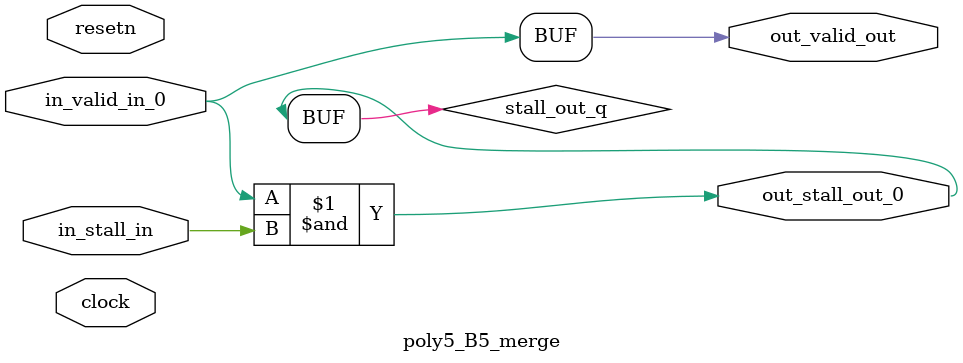
<source format=sv>



(* altera_attribute = "-name AUTO_SHIFT_REGISTER_RECOGNITION OFF; -name MESSAGE_DISABLE 10036; -name MESSAGE_DISABLE 10037; -name MESSAGE_DISABLE 14130; -name MESSAGE_DISABLE 14320; -name MESSAGE_DISABLE 15400; -name MESSAGE_DISABLE 14130; -name MESSAGE_DISABLE 10036; -name MESSAGE_DISABLE 12020; -name MESSAGE_DISABLE 12030; -name MESSAGE_DISABLE 12010; -name MESSAGE_DISABLE 12110; -name MESSAGE_DISABLE 14320; -name MESSAGE_DISABLE 13410; -name MESSAGE_DISABLE 113007; -name MESSAGE_DISABLE 10958" *)
module poly5_B5_merge (
    input wire [0:0] in_stall_in,
    input wire [0:0] in_valid_in_0,
    output wire [0:0] out_stall_out_0,
    output wire [0:0] out_valid_out,
    input wire clock,
    input wire resetn
    );

    wire [0:0] stall_out_q;


    // stall_out(LOGICAL,6)
    assign stall_out_q = in_valid_in_0 & in_stall_in;

    // out_stall_out_0(GPOUT,4)
    assign out_stall_out_0 = stall_out_q;

    // out_valid_out(GPOUT,5)
    assign out_valid_out = in_valid_in_0;

endmodule

</source>
